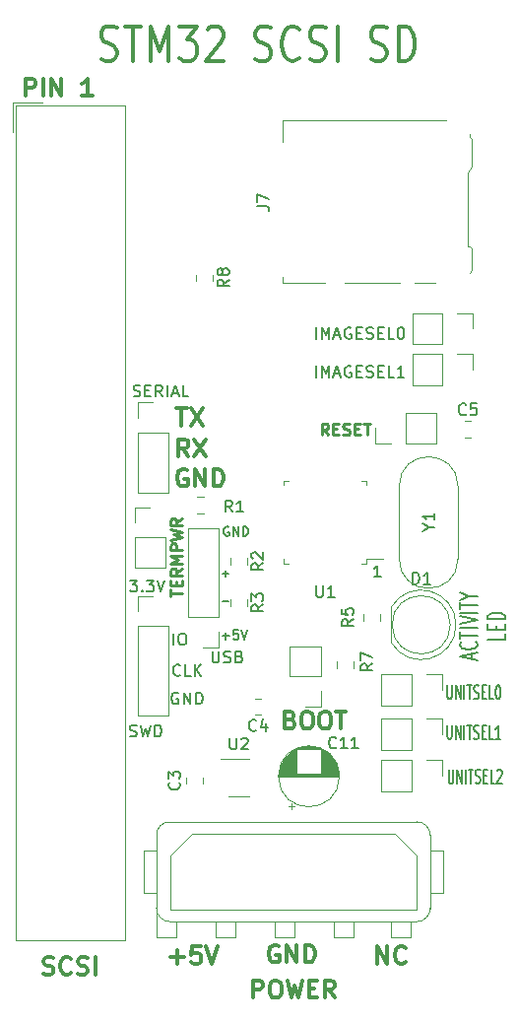
<source format=gbr>
G04 #@! TF.GenerationSoftware,KiCad,Pcbnew,5.0.2-bee76a0~70~ubuntu16.04.1*
G04 #@! TF.CreationDate,2020-12-27T17:10:44+01:00*
G04 #@! TF.ProjectId,STM32SCSISD,53544d33-3253-4435-9349-53442e6b6963,rev?*
G04 #@! TF.SameCoordinates,Original*
G04 #@! TF.FileFunction,Legend,Top*
G04 #@! TF.FilePolarity,Positive*
%FSLAX46Y46*%
G04 Gerber Fmt 4.6, Leading zero omitted, Abs format (unit mm)*
G04 Created by KiCad (PCBNEW 5.0.2-bee76a0~70~ubuntu16.04.1) date sön 27 dec 2020 17:10:44*
%MOMM*%
%LPD*%
G01*
G04 APERTURE LIST*
%ADD10C,0.300000*%
%ADD11C,0.150000*%
%ADD12C,0.250000*%
%ADD13C,0.200000*%
%ADD14C,0.120000*%
G04 APERTURE END LIST*
D10*
X66787200Y-123073242D02*
X67001485Y-123144671D01*
X67358628Y-123144671D01*
X67501485Y-123073242D01*
X67572914Y-123001814D01*
X67644342Y-122858957D01*
X67644342Y-122716100D01*
X67572914Y-122573242D01*
X67501485Y-122501814D01*
X67358628Y-122430385D01*
X67072914Y-122358957D01*
X66930057Y-122287528D01*
X66858628Y-122216100D01*
X66787200Y-122073242D01*
X66787200Y-121930385D01*
X66858628Y-121787528D01*
X66930057Y-121716100D01*
X67072914Y-121644671D01*
X67430057Y-121644671D01*
X67644342Y-121716100D01*
X69144342Y-123001814D02*
X69072914Y-123073242D01*
X68858628Y-123144671D01*
X68715771Y-123144671D01*
X68501485Y-123073242D01*
X68358628Y-122930385D01*
X68287200Y-122787528D01*
X68215771Y-122501814D01*
X68215771Y-122287528D01*
X68287200Y-122001814D01*
X68358628Y-121858957D01*
X68501485Y-121716100D01*
X68715771Y-121644671D01*
X68858628Y-121644671D01*
X69072914Y-121716100D01*
X69144342Y-121787528D01*
X69715771Y-123073242D02*
X69930057Y-123144671D01*
X70287200Y-123144671D01*
X70430057Y-123073242D01*
X70501485Y-123001814D01*
X70572914Y-122858957D01*
X70572914Y-122716100D01*
X70501485Y-122573242D01*
X70430057Y-122501814D01*
X70287200Y-122430385D01*
X70001485Y-122358957D01*
X69858628Y-122287528D01*
X69787200Y-122216100D01*
X69715771Y-122073242D01*
X69715771Y-121930385D01*
X69787200Y-121787528D01*
X69858628Y-121716100D01*
X70001485Y-121644671D01*
X70358628Y-121644671D01*
X70572914Y-121716100D01*
X71215771Y-123144671D02*
X71215771Y-121644671D01*
D11*
X103634500Y-96038633D02*
X103634500Y-95562442D01*
X104063071Y-96133871D02*
X102563071Y-95800538D01*
X104063071Y-95467204D01*
X103920214Y-94562442D02*
X103991642Y-94610061D01*
X104063071Y-94752919D01*
X104063071Y-94848157D01*
X103991642Y-94991014D01*
X103848785Y-95086252D01*
X103705928Y-95133871D01*
X103420214Y-95181490D01*
X103205928Y-95181490D01*
X102920214Y-95133871D01*
X102777357Y-95086252D01*
X102634500Y-94991014D01*
X102563071Y-94848157D01*
X102563071Y-94752919D01*
X102634500Y-94610061D01*
X102705928Y-94562442D01*
X102563071Y-94276728D02*
X102563071Y-93705300D01*
X104063071Y-93991014D02*
X102563071Y-93991014D01*
X104063071Y-93371966D02*
X102563071Y-93371966D01*
X102563071Y-93038633D02*
X104063071Y-92705300D01*
X102563071Y-92371966D01*
X104063071Y-92038633D02*
X102563071Y-92038633D01*
X102563071Y-91705300D02*
X102563071Y-91133871D01*
X104063071Y-91419585D02*
X102563071Y-91419585D01*
X103348785Y-90610061D02*
X104063071Y-90610061D01*
X102563071Y-90943395D02*
X103348785Y-90610061D01*
X102563071Y-90276728D01*
X106463071Y-93848157D02*
X106463071Y-94324347D01*
X104963071Y-94324347D01*
X105677357Y-93514823D02*
X105677357Y-93181490D01*
X106463071Y-93038633D02*
X106463071Y-93514823D01*
X104963071Y-93514823D01*
X104963071Y-93038633D01*
X106463071Y-92610061D02*
X104963071Y-92610061D01*
X104963071Y-92371966D01*
X105034500Y-92229109D01*
X105177357Y-92133871D01*
X105320214Y-92086252D01*
X105605928Y-92038633D01*
X105820214Y-92038633D01*
X106105928Y-92086252D01*
X106248785Y-92133871D01*
X106391642Y-92229109D01*
X106463071Y-92371966D01*
X106463071Y-92610061D01*
X101492333Y-98275857D02*
X101492333Y-99247285D01*
X101525666Y-99361571D01*
X101559000Y-99418714D01*
X101625666Y-99475857D01*
X101759000Y-99475857D01*
X101825666Y-99418714D01*
X101859000Y-99361571D01*
X101892333Y-99247285D01*
X101892333Y-98275857D01*
X102225666Y-99475857D02*
X102225666Y-98275857D01*
X102625666Y-99475857D01*
X102625666Y-98275857D01*
X102959000Y-99475857D02*
X102959000Y-98275857D01*
X103192333Y-98275857D02*
X103592333Y-98275857D01*
X103392333Y-99475857D02*
X103392333Y-98275857D01*
X103792333Y-99418714D02*
X103892333Y-99475857D01*
X104059000Y-99475857D01*
X104125666Y-99418714D01*
X104159000Y-99361571D01*
X104192333Y-99247285D01*
X104192333Y-99133000D01*
X104159000Y-99018714D01*
X104125666Y-98961571D01*
X104059000Y-98904428D01*
X103925666Y-98847285D01*
X103859000Y-98790142D01*
X103825666Y-98733000D01*
X103792333Y-98618714D01*
X103792333Y-98504428D01*
X103825666Y-98390142D01*
X103859000Y-98333000D01*
X103925666Y-98275857D01*
X104092333Y-98275857D01*
X104192333Y-98333000D01*
X104492333Y-98847285D02*
X104725666Y-98847285D01*
X104825666Y-99475857D02*
X104492333Y-99475857D01*
X104492333Y-98275857D01*
X104825666Y-98275857D01*
X105459000Y-99475857D02*
X105125666Y-99475857D01*
X105125666Y-98275857D01*
X105825666Y-98275857D02*
X105892333Y-98275857D01*
X105959000Y-98333000D01*
X105992333Y-98390142D01*
X106025666Y-98504428D01*
X106059000Y-98733000D01*
X106059000Y-99018714D01*
X106025666Y-99247285D01*
X105992333Y-99361571D01*
X105959000Y-99418714D01*
X105892333Y-99475857D01*
X105825666Y-99475857D01*
X105759000Y-99418714D01*
X105725666Y-99361571D01*
X105692333Y-99247285D01*
X105659000Y-99018714D01*
X105659000Y-98733000D01*
X105692333Y-98504428D01*
X105725666Y-98390142D01*
X105759000Y-98333000D01*
X105825666Y-98275857D01*
X101492333Y-101704857D02*
X101492333Y-102676285D01*
X101525666Y-102790571D01*
X101559000Y-102847714D01*
X101625666Y-102904857D01*
X101759000Y-102904857D01*
X101825666Y-102847714D01*
X101859000Y-102790571D01*
X101892333Y-102676285D01*
X101892333Y-101704857D01*
X102225666Y-102904857D02*
X102225666Y-101704857D01*
X102625666Y-102904857D01*
X102625666Y-101704857D01*
X102959000Y-102904857D02*
X102959000Y-101704857D01*
X103192333Y-101704857D02*
X103592333Y-101704857D01*
X103392333Y-102904857D02*
X103392333Y-101704857D01*
X103792333Y-102847714D02*
X103892333Y-102904857D01*
X104059000Y-102904857D01*
X104125666Y-102847714D01*
X104159000Y-102790571D01*
X104192333Y-102676285D01*
X104192333Y-102562000D01*
X104159000Y-102447714D01*
X104125666Y-102390571D01*
X104059000Y-102333428D01*
X103925666Y-102276285D01*
X103859000Y-102219142D01*
X103825666Y-102162000D01*
X103792333Y-102047714D01*
X103792333Y-101933428D01*
X103825666Y-101819142D01*
X103859000Y-101762000D01*
X103925666Y-101704857D01*
X104092333Y-101704857D01*
X104192333Y-101762000D01*
X104492333Y-102276285D02*
X104725666Y-102276285D01*
X104825666Y-102904857D02*
X104492333Y-102904857D01*
X104492333Y-101704857D01*
X104825666Y-101704857D01*
X105459000Y-102904857D02*
X105125666Y-102904857D01*
X105125666Y-101704857D01*
X106059000Y-102904857D02*
X105659000Y-102904857D01*
X105859000Y-102904857D02*
X105859000Y-101704857D01*
X105792333Y-101876285D01*
X105725666Y-101990571D01*
X105659000Y-102047714D01*
D12*
X91257619Y-76779380D02*
X90924285Y-76303190D01*
X90686190Y-76779380D02*
X90686190Y-75779380D01*
X91067142Y-75779380D01*
X91162380Y-75827000D01*
X91210000Y-75874619D01*
X91257619Y-75969857D01*
X91257619Y-76112714D01*
X91210000Y-76207952D01*
X91162380Y-76255571D01*
X91067142Y-76303190D01*
X90686190Y-76303190D01*
X91686190Y-76255571D02*
X92019523Y-76255571D01*
X92162380Y-76779380D02*
X91686190Y-76779380D01*
X91686190Y-75779380D01*
X92162380Y-75779380D01*
X92543333Y-76731761D02*
X92686190Y-76779380D01*
X92924285Y-76779380D01*
X93019523Y-76731761D01*
X93067142Y-76684142D01*
X93114761Y-76588904D01*
X93114761Y-76493666D01*
X93067142Y-76398428D01*
X93019523Y-76350809D01*
X92924285Y-76303190D01*
X92733809Y-76255571D01*
X92638571Y-76207952D01*
X92590952Y-76160333D01*
X92543333Y-76065095D01*
X92543333Y-75969857D01*
X92590952Y-75874619D01*
X92638571Y-75827000D01*
X92733809Y-75779380D01*
X92971904Y-75779380D01*
X93114761Y-75827000D01*
X93543333Y-76255571D02*
X93876666Y-76255571D01*
X94019523Y-76779380D02*
X93543333Y-76779380D01*
X93543333Y-75779380D01*
X94019523Y-75779380D01*
X94305238Y-75779380D02*
X94876666Y-75779380D01*
X94590952Y-76779380D02*
X94590952Y-75779380D01*
X77684380Y-90629952D02*
X77684380Y-90058523D01*
X78684380Y-90344238D02*
X77684380Y-90344238D01*
X78160571Y-89725190D02*
X78160571Y-89391857D01*
X78684380Y-89249000D02*
X78684380Y-89725190D01*
X77684380Y-89725190D01*
X77684380Y-89249000D01*
X78684380Y-88249000D02*
X78208190Y-88582333D01*
X78684380Y-88820428D02*
X77684380Y-88820428D01*
X77684380Y-88439476D01*
X77732000Y-88344238D01*
X77779619Y-88296619D01*
X77874857Y-88249000D01*
X78017714Y-88249000D01*
X78112952Y-88296619D01*
X78160571Y-88344238D01*
X78208190Y-88439476D01*
X78208190Y-88820428D01*
X78684380Y-87820428D02*
X77684380Y-87820428D01*
X78398666Y-87487095D01*
X77684380Y-87153761D01*
X78684380Y-87153761D01*
X78684380Y-86677571D02*
X77684380Y-86677571D01*
X77684380Y-86296619D01*
X77732000Y-86201380D01*
X77779619Y-86153761D01*
X77874857Y-86106142D01*
X78017714Y-86106142D01*
X78112952Y-86153761D01*
X78160571Y-86201380D01*
X78208190Y-86296619D01*
X78208190Y-86677571D01*
X77684380Y-85772809D02*
X78684380Y-85534714D01*
X77970095Y-85344238D01*
X78684380Y-85153761D01*
X77684380Y-84915666D01*
X78684380Y-83963285D02*
X78208190Y-84296619D01*
X78684380Y-84534714D02*
X77684380Y-84534714D01*
X77684380Y-84153761D01*
X77732000Y-84058523D01*
X77779619Y-84010904D01*
X77874857Y-83963285D01*
X78017714Y-83963285D01*
X78112952Y-84010904D01*
X78160571Y-84058523D01*
X78208190Y-84153761D01*
X78208190Y-84534714D01*
D10*
X88007285Y-101238857D02*
X88221571Y-101310285D01*
X88293000Y-101381714D01*
X88364428Y-101524571D01*
X88364428Y-101738857D01*
X88293000Y-101881714D01*
X88221571Y-101953142D01*
X88078714Y-102024571D01*
X87507285Y-102024571D01*
X87507285Y-100524571D01*
X88007285Y-100524571D01*
X88150142Y-100596000D01*
X88221571Y-100667428D01*
X88293000Y-100810285D01*
X88293000Y-100953142D01*
X88221571Y-101096000D01*
X88150142Y-101167428D01*
X88007285Y-101238857D01*
X87507285Y-101238857D01*
X89293000Y-100524571D02*
X89578714Y-100524571D01*
X89721571Y-100596000D01*
X89864428Y-100738857D01*
X89935857Y-101024571D01*
X89935857Y-101524571D01*
X89864428Y-101810285D01*
X89721571Y-101953142D01*
X89578714Y-102024571D01*
X89293000Y-102024571D01*
X89150142Y-101953142D01*
X89007285Y-101810285D01*
X88935857Y-101524571D01*
X88935857Y-101024571D01*
X89007285Y-100738857D01*
X89150142Y-100596000D01*
X89293000Y-100524571D01*
X90864428Y-100524571D02*
X91150142Y-100524571D01*
X91293000Y-100596000D01*
X91435857Y-100738857D01*
X91507285Y-101024571D01*
X91507285Y-101524571D01*
X91435857Y-101810285D01*
X91293000Y-101953142D01*
X91150142Y-102024571D01*
X90864428Y-102024571D01*
X90721571Y-101953142D01*
X90578714Y-101810285D01*
X90507285Y-101524571D01*
X90507285Y-101024571D01*
X90578714Y-100738857D01*
X90721571Y-100596000D01*
X90864428Y-100524571D01*
X91935857Y-100524571D02*
X92793000Y-100524571D01*
X92364428Y-102024571D02*
X92364428Y-100524571D01*
D11*
X101619333Y-105514857D02*
X101619333Y-106486285D01*
X101652666Y-106600571D01*
X101686000Y-106657714D01*
X101752666Y-106714857D01*
X101886000Y-106714857D01*
X101952666Y-106657714D01*
X101986000Y-106600571D01*
X102019333Y-106486285D01*
X102019333Y-105514857D01*
X102352666Y-106714857D02*
X102352666Y-105514857D01*
X102752666Y-106714857D01*
X102752666Y-105514857D01*
X103086000Y-106714857D02*
X103086000Y-105514857D01*
X103319333Y-105514857D02*
X103719333Y-105514857D01*
X103519333Y-106714857D02*
X103519333Y-105514857D01*
X103919333Y-106657714D02*
X104019333Y-106714857D01*
X104186000Y-106714857D01*
X104252666Y-106657714D01*
X104286000Y-106600571D01*
X104319333Y-106486285D01*
X104319333Y-106372000D01*
X104286000Y-106257714D01*
X104252666Y-106200571D01*
X104186000Y-106143428D01*
X104052666Y-106086285D01*
X103986000Y-106029142D01*
X103952666Y-105972000D01*
X103919333Y-105857714D01*
X103919333Y-105743428D01*
X103952666Y-105629142D01*
X103986000Y-105572000D01*
X104052666Y-105514857D01*
X104219333Y-105514857D01*
X104319333Y-105572000D01*
X104619333Y-106086285D02*
X104852666Y-106086285D01*
X104952666Y-106714857D02*
X104619333Y-106714857D01*
X104619333Y-105514857D01*
X104952666Y-105514857D01*
X105586000Y-106714857D02*
X105252666Y-106714857D01*
X105252666Y-105514857D01*
X105786000Y-105629142D02*
X105819333Y-105572000D01*
X105886000Y-105514857D01*
X106052666Y-105514857D01*
X106119333Y-105572000D01*
X106152666Y-105629142D01*
X106186000Y-105743428D01*
X106186000Y-105857714D01*
X106152666Y-106029142D01*
X105752666Y-106714857D01*
X106186000Y-106714857D01*
D13*
X74525476Y-73429761D02*
X74668333Y-73477380D01*
X74906428Y-73477380D01*
X75001666Y-73429761D01*
X75049285Y-73382142D01*
X75096904Y-73286904D01*
X75096904Y-73191666D01*
X75049285Y-73096428D01*
X75001666Y-73048809D01*
X74906428Y-73001190D01*
X74715952Y-72953571D01*
X74620714Y-72905952D01*
X74573095Y-72858333D01*
X74525476Y-72763095D01*
X74525476Y-72667857D01*
X74573095Y-72572619D01*
X74620714Y-72525000D01*
X74715952Y-72477380D01*
X74954047Y-72477380D01*
X75096904Y-72525000D01*
X75525476Y-72953571D02*
X75858809Y-72953571D01*
X76001666Y-73477380D02*
X75525476Y-73477380D01*
X75525476Y-72477380D01*
X76001666Y-72477380D01*
X77001666Y-73477380D02*
X76668333Y-73001190D01*
X76430238Y-73477380D02*
X76430238Y-72477380D01*
X76811190Y-72477380D01*
X76906428Y-72525000D01*
X76954047Y-72572619D01*
X77001666Y-72667857D01*
X77001666Y-72810714D01*
X76954047Y-72905952D01*
X76906428Y-72953571D01*
X76811190Y-73001190D01*
X76430238Y-73001190D01*
X77430238Y-73477380D02*
X77430238Y-72477380D01*
X77858809Y-73191666D02*
X78335000Y-73191666D01*
X77763571Y-73477380D02*
X78096904Y-72477380D01*
X78430238Y-73477380D01*
X79239761Y-73477380D02*
X78763571Y-73477380D01*
X78763571Y-72477380D01*
X81288095Y-95337380D02*
X81288095Y-96146904D01*
X81335714Y-96242142D01*
X81383333Y-96289761D01*
X81478571Y-96337380D01*
X81669047Y-96337380D01*
X81764285Y-96289761D01*
X81811904Y-96242142D01*
X81859523Y-96146904D01*
X81859523Y-95337380D01*
X82288095Y-96289761D02*
X82430952Y-96337380D01*
X82669047Y-96337380D01*
X82764285Y-96289761D01*
X82811904Y-96242142D01*
X82859523Y-96146904D01*
X82859523Y-96051666D01*
X82811904Y-95956428D01*
X82764285Y-95908809D01*
X82669047Y-95861190D01*
X82478571Y-95813571D01*
X82383333Y-95765952D01*
X82335714Y-95718333D01*
X82288095Y-95623095D01*
X82288095Y-95527857D01*
X82335714Y-95432619D01*
X82383333Y-95385000D01*
X82478571Y-95337380D01*
X82716666Y-95337380D01*
X82859523Y-95385000D01*
X83621428Y-95813571D02*
X83764285Y-95861190D01*
X83811904Y-95908809D01*
X83859523Y-96004047D01*
X83859523Y-96146904D01*
X83811904Y-96242142D01*
X83764285Y-96289761D01*
X83669047Y-96337380D01*
X83288095Y-96337380D01*
X83288095Y-95337380D01*
X83621428Y-95337380D01*
X83716666Y-95385000D01*
X83764285Y-95432619D01*
X83811904Y-95527857D01*
X83811904Y-95623095D01*
X83764285Y-95718333D01*
X83716666Y-95765952D01*
X83621428Y-95813571D01*
X83288095Y-95813571D01*
X74207857Y-102639761D02*
X74350714Y-102687380D01*
X74588809Y-102687380D01*
X74684047Y-102639761D01*
X74731666Y-102592142D01*
X74779285Y-102496904D01*
X74779285Y-102401666D01*
X74731666Y-102306428D01*
X74684047Y-102258809D01*
X74588809Y-102211190D01*
X74398333Y-102163571D01*
X74303095Y-102115952D01*
X74255476Y-102068333D01*
X74207857Y-101973095D01*
X74207857Y-101877857D01*
X74255476Y-101782619D01*
X74303095Y-101735000D01*
X74398333Y-101687380D01*
X74636428Y-101687380D01*
X74779285Y-101735000D01*
X75112619Y-101687380D02*
X75350714Y-102687380D01*
X75541190Y-101973095D01*
X75731666Y-102687380D01*
X75969761Y-101687380D01*
X76350714Y-102687380D02*
X76350714Y-101687380D01*
X76588809Y-101687380D01*
X76731666Y-101735000D01*
X76826904Y-101830238D01*
X76874523Y-101925476D01*
X76922142Y-102115952D01*
X76922142Y-102258809D01*
X76874523Y-102449285D01*
X76826904Y-102544523D01*
X76731666Y-102639761D01*
X76588809Y-102687380D01*
X76350714Y-102687380D01*
X90218095Y-71826380D02*
X90218095Y-70826380D01*
X90694285Y-71826380D02*
X90694285Y-70826380D01*
X91027619Y-71540666D01*
X91360952Y-70826380D01*
X91360952Y-71826380D01*
X91789523Y-71540666D02*
X92265714Y-71540666D01*
X91694285Y-71826380D02*
X92027619Y-70826380D01*
X92360952Y-71826380D01*
X93218095Y-70874000D02*
X93122857Y-70826380D01*
X92980000Y-70826380D01*
X92837142Y-70874000D01*
X92741904Y-70969238D01*
X92694285Y-71064476D01*
X92646666Y-71254952D01*
X92646666Y-71397809D01*
X92694285Y-71588285D01*
X92741904Y-71683523D01*
X92837142Y-71778761D01*
X92980000Y-71826380D01*
X93075238Y-71826380D01*
X93218095Y-71778761D01*
X93265714Y-71731142D01*
X93265714Y-71397809D01*
X93075238Y-71397809D01*
X93694285Y-71302571D02*
X94027619Y-71302571D01*
X94170476Y-71826380D02*
X93694285Y-71826380D01*
X93694285Y-70826380D01*
X94170476Y-70826380D01*
X94551428Y-71778761D02*
X94694285Y-71826380D01*
X94932380Y-71826380D01*
X95027619Y-71778761D01*
X95075238Y-71731142D01*
X95122857Y-71635904D01*
X95122857Y-71540666D01*
X95075238Y-71445428D01*
X95027619Y-71397809D01*
X94932380Y-71350190D01*
X94741904Y-71302571D01*
X94646666Y-71254952D01*
X94599047Y-71207333D01*
X94551428Y-71112095D01*
X94551428Y-71016857D01*
X94599047Y-70921619D01*
X94646666Y-70874000D01*
X94741904Y-70826380D01*
X94980000Y-70826380D01*
X95122857Y-70874000D01*
X95551428Y-71302571D02*
X95884761Y-71302571D01*
X96027619Y-71826380D02*
X95551428Y-71826380D01*
X95551428Y-70826380D01*
X96027619Y-70826380D01*
X96932380Y-71826380D02*
X96456190Y-71826380D01*
X96456190Y-70826380D01*
X97789523Y-71826380D02*
X97218095Y-71826380D01*
X97503809Y-71826380D02*
X97503809Y-70826380D01*
X97408571Y-70969238D01*
X97313333Y-71064476D01*
X97218095Y-71112095D01*
X90218095Y-68524380D02*
X90218095Y-67524380D01*
X90694285Y-68524380D02*
X90694285Y-67524380D01*
X91027619Y-68238666D01*
X91360952Y-67524380D01*
X91360952Y-68524380D01*
X91789523Y-68238666D02*
X92265714Y-68238666D01*
X91694285Y-68524380D02*
X92027619Y-67524380D01*
X92360952Y-68524380D01*
X93218095Y-67572000D02*
X93122857Y-67524380D01*
X92980000Y-67524380D01*
X92837142Y-67572000D01*
X92741904Y-67667238D01*
X92694285Y-67762476D01*
X92646666Y-67952952D01*
X92646666Y-68095809D01*
X92694285Y-68286285D01*
X92741904Y-68381523D01*
X92837142Y-68476761D01*
X92980000Y-68524380D01*
X93075238Y-68524380D01*
X93218095Y-68476761D01*
X93265714Y-68429142D01*
X93265714Y-68095809D01*
X93075238Y-68095809D01*
X93694285Y-68000571D02*
X94027619Y-68000571D01*
X94170476Y-68524380D02*
X93694285Y-68524380D01*
X93694285Y-67524380D01*
X94170476Y-67524380D01*
X94551428Y-68476761D02*
X94694285Y-68524380D01*
X94932380Y-68524380D01*
X95027619Y-68476761D01*
X95075238Y-68429142D01*
X95122857Y-68333904D01*
X95122857Y-68238666D01*
X95075238Y-68143428D01*
X95027619Y-68095809D01*
X94932380Y-68048190D01*
X94741904Y-68000571D01*
X94646666Y-67952952D01*
X94599047Y-67905333D01*
X94551428Y-67810095D01*
X94551428Y-67714857D01*
X94599047Y-67619619D01*
X94646666Y-67572000D01*
X94741904Y-67524380D01*
X94980000Y-67524380D01*
X95122857Y-67572000D01*
X95551428Y-68000571D02*
X95884761Y-68000571D01*
X96027619Y-68524380D02*
X95551428Y-68524380D01*
X95551428Y-67524380D01*
X96027619Y-67524380D01*
X96932380Y-68524380D02*
X96456190Y-68524380D01*
X96456190Y-67524380D01*
X97456190Y-67524380D02*
X97551428Y-67524380D01*
X97646666Y-67572000D01*
X97694285Y-67619619D01*
X97741904Y-67714857D01*
X97789523Y-67905333D01*
X97789523Y-68143428D01*
X97741904Y-68333904D01*
X97694285Y-68429142D01*
X97646666Y-68476761D01*
X97551428Y-68524380D01*
X97456190Y-68524380D01*
X97360952Y-68476761D01*
X97313333Y-68429142D01*
X97265714Y-68333904D01*
X97218095Y-68143428D01*
X97218095Y-67905333D01*
X97265714Y-67714857D01*
X97313333Y-67619619D01*
X97360952Y-67572000D01*
X97456190Y-67524380D01*
D10*
X84800714Y-125138571D02*
X84800714Y-123638571D01*
X85372142Y-123638571D01*
X85515000Y-123710000D01*
X85586428Y-123781428D01*
X85657857Y-123924285D01*
X85657857Y-124138571D01*
X85586428Y-124281428D01*
X85515000Y-124352857D01*
X85372142Y-124424285D01*
X84800714Y-124424285D01*
X86586428Y-123638571D02*
X86872142Y-123638571D01*
X87015000Y-123710000D01*
X87157857Y-123852857D01*
X87229285Y-124138571D01*
X87229285Y-124638571D01*
X87157857Y-124924285D01*
X87015000Y-125067142D01*
X86872142Y-125138571D01*
X86586428Y-125138571D01*
X86443571Y-125067142D01*
X86300714Y-124924285D01*
X86229285Y-124638571D01*
X86229285Y-124138571D01*
X86300714Y-123852857D01*
X86443571Y-123710000D01*
X86586428Y-123638571D01*
X87729285Y-123638571D02*
X88086428Y-125138571D01*
X88372142Y-124067142D01*
X88657857Y-125138571D01*
X89015000Y-123638571D01*
X89586428Y-124352857D02*
X90086428Y-124352857D01*
X90300714Y-125138571D02*
X89586428Y-125138571D01*
X89586428Y-123638571D01*
X90300714Y-123638571D01*
X91800714Y-125138571D02*
X91300714Y-124424285D01*
X90943571Y-125138571D02*
X90943571Y-123638571D01*
X91515000Y-123638571D01*
X91657857Y-123710000D01*
X91729285Y-123781428D01*
X91800714Y-123924285D01*
X91800714Y-124138571D01*
X91729285Y-124281428D01*
X91657857Y-124352857D01*
X91515000Y-124424285D01*
X90943571Y-124424285D01*
D11*
X95789714Y-88971380D02*
X95218285Y-88971380D01*
X95504000Y-88971380D02*
X95504000Y-87971380D01*
X95408761Y-88114238D01*
X95313523Y-88209476D01*
X95218285Y-88257095D01*
D10*
X95468428Y-122217571D02*
X95468428Y-120717571D01*
X96325571Y-122217571D01*
X96325571Y-120717571D01*
X97897000Y-122074714D02*
X97825571Y-122146142D01*
X97611285Y-122217571D01*
X97468428Y-122217571D01*
X97254142Y-122146142D01*
X97111285Y-122003285D01*
X97039857Y-121860428D01*
X96968428Y-121574714D01*
X96968428Y-121360428D01*
X97039857Y-121074714D01*
X97111285Y-120931857D01*
X97254142Y-120789000D01*
X97468428Y-120717571D01*
X97611285Y-120717571D01*
X97825571Y-120789000D01*
X97897000Y-120860428D01*
X86995142Y-120662000D02*
X86852285Y-120590571D01*
X86638000Y-120590571D01*
X86423714Y-120662000D01*
X86280857Y-120804857D01*
X86209428Y-120947714D01*
X86138000Y-121233428D01*
X86138000Y-121447714D01*
X86209428Y-121733428D01*
X86280857Y-121876285D01*
X86423714Y-122019142D01*
X86638000Y-122090571D01*
X86780857Y-122090571D01*
X86995142Y-122019142D01*
X87066571Y-121947714D01*
X87066571Y-121447714D01*
X86780857Y-121447714D01*
X87709428Y-122090571D02*
X87709428Y-120590571D01*
X88566571Y-122090571D01*
X88566571Y-120590571D01*
X89280857Y-122090571D02*
X89280857Y-120590571D01*
X89638000Y-120590571D01*
X89852285Y-120662000D01*
X89995142Y-120804857D01*
X90066571Y-120947714D01*
X90138000Y-121233428D01*
X90138000Y-121447714D01*
X90066571Y-121733428D01*
X89995142Y-121876285D01*
X89852285Y-122019142D01*
X89638000Y-122090571D01*
X89280857Y-122090571D01*
X77700428Y-121646142D02*
X78843285Y-121646142D01*
X78271857Y-122217571D02*
X78271857Y-121074714D01*
X80271857Y-120717571D02*
X79557571Y-120717571D01*
X79486142Y-121431857D01*
X79557571Y-121360428D01*
X79700428Y-121289000D01*
X80057571Y-121289000D01*
X80200428Y-121360428D01*
X80271857Y-121431857D01*
X80343285Y-121574714D01*
X80343285Y-121931857D01*
X80271857Y-122074714D01*
X80200428Y-122146142D01*
X80057571Y-122217571D01*
X79700428Y-122217571D01*
X79557571Y-122146142D01*
X79486142Y-122074714D01*
X80771857Y-120717571D02*
X81271857Y-122217571D01*
X81771857Y-120717571D01*
X71731285Y-44521285D02*
X72074142Y-44664142D01*
X72645571Y-44664142D01*
X72874142Y-44521285D01*
X72988428Y-44378428D01*
X73102714Y-44092714D01*
X73102714Y-43807000D01*
X72988428Y-43521285D01*
X72874142Y-43378428D01*
X72645571Y-43235571D01*
X72188428Y-43092714D01*
X71959857Y-42949857D01*
X71845571Y-42807000D01*
X71731285Y-42521285D01*
X71731285Y-42235571D01*
X71845571Y-41949857D01*
X71959857Y-41807000D01*
X72188428Y-41664142D01*
X72759857Y-41664142D01*
X73102714Y-41807000D01*
X73788428Y-41664142D02*
X75159857Y-41664142D01*
X74474142Y-44664142D02*
X74474142Y-41664142D01*
X75959857Y-44664142D02*
X75959857Y-41664142D01*
X76759857Y-43807000D01*
X77559857Y-41664142D01*
X77559857Y-44664142D01*
X78474142Y-41664142D02*
X79959857Y-41664142D01*
X79159857Y-42807000D01*
X79502714Y-42807000D01*
X79731285Y-42949857D01*
X79845571Y-43092714D01*
X79959857Y-43378428D01*
X79959857Y-44092714D01*
X79845571Y-44378428D01*
X79731285Y-44521285D01*
X79502714Y-44664142D01*
X78817000Y-44664142D01*
X78588428Y-44521285D01*
X78474142Y-44378428D01*
X80874142Y-41949857D02*
X80988428Y-41807000D01*
X81217000Y-41664142D01*
X81788428Y-41664142D01*
X82017000Y-41807000D01*
X82131285Y-41949857D01*
X82245571Y-42235571D01*
X82245571Y-42521285D01*
X82131285Y-42949857D01*
X80759857Y-44664142D01*
X82245571Y-44664142D01*
X84988428Y-44521285D02*
X85331285Y-44664142D01*
X85902714Y-44664142D01*
X86131285Y-44521285D01*
X86245571Y-44378428D01*
X86359857Y-44092714D01*
X86359857Y-43807000D01*
X86245571Y-43521285D01*
X86131285Y-43378428D01*
X85902714Y-43235571D01*
X85445571Y-43092714D01*
X85217000Y-42949857D01*
X85102714Y-42807000D01*
X84988428Y-42521285D01*
X84988428Y-42235571D01*
X85102714Y-41949857D01*
X85217000Y-41807000D01*
X85445571Y-41664142D01*
X86017000Y-41664142D01*
X86359857Y-41807000D01*
X88759857Y-44378428D02*
X88645571Y-44521285D01*
X88302714Y-44664142D01*
X88074142Y-44664142D01*
X87731285Y-44521285D01*
X87502714Y-44235571D01*
X87388428Y-43949857D01*
X87274142Y-43378428D01*
X87274142Y-42949857D01*
X87388428Y-42378428D01*
X87502714Y-42092714D01*
X87731285Y-41807000D01*
X88074142Y-41664142D01*
X88302714Y-41664142D01*
X88645571Y-41807000D01*
X88759857Y-41949857D01*
X89674142Y-44521285D02*
X90017000Y-44664142D01*
X90588428Y-44664142D01*
X90817000Y-44521285D01*
X90931285Y-44378428D01*
X91045571Y-44092714D01*
X91045571Y-43807000D01*
X90931285Y-43521285D01*
X90817000Y-43378428D01*
X90588428Y-43235571D01*
X90131285Y-43092714D01*
X89902714Y-42949857D01*
X89788428Y-42807000D01*
X89674142Y-42521285D01*
X89674142Y-42235571D01*
X89788428Y-41949857D01*
X89902714Y-41807000D01*
X90131285Y-41664142D01*
X90702714Y-41664142D01*
X91045571Y-41807000D01*
X92074142Y-44664142D02*
X92074142Y-41664142D01*
X94931285Y-44521285D02*
X95274142Y-44664142D01*
X95845571Y-44664142D01*
X96074142Y-44521285D01*
X96188428Y-44378428D01*
X96302714Y-44092714D01*
X96302714Y-43807000D01*
X96188428Y-43521285D01*
X96074142Y-43378428D01*
X95845571Y-43235571D01*
X95388428Y-43092714D01*
X95159857Y-42949857D01*
X95045571Y-42807000D01*
X94931285Y-42521285D01*
X94931285Y-42235571D01*
X95045571Y-41949857D01*
X95159857Y-41807000D01*
X95388428Y-41664142D01*
X95959857Y-41664142D01*
X96302714Y-41807000D01*
X97331285Y-44664142D02*
X97331285Y-41664142D01*
X97902714Y-41664142D01*
X98245571Y-41807000D01*
X98474142Y-42092714D01*
X98588428Y-42378428D01*
X98702714Y-42949857D01*
X98702714Y-43378428D01*
X98588428Y-43949857D01*
X98474142Y-44235571D01*
X98245571Y-44521285D01*
X97902714Y-44664142D01*
X97331285Y-44664142D01*
X65250571Y-47668571D02*
X65250571Y-46168571D01*
X65822000Y-46168571D01*
X65964857Y-46240000D01*
X66036285Y-46311428D01*
X66107714Y-46454285D01*
X66107714Y-46668571D01*
X66036285Y-46811428D01*
X65964857Y-46882857D01*
X65822000Y-46954285D01*
X65250571Y-46954285D01*
X66750571Y-47668571D02*
X66750571Y-46168571D01*
X67464857Y-47668571D02*
X67464857Y-46168571D01*
X68322000Y-47668571D01*
X68322000Y-46168571D01*
X70964857Y-47668571D02*
X70107714Y-47668571D01*
X70536285Y-47668571D02*
X70536285Y-46168571D01*
X70393428Y-46382857D01*
X70250571Y-46525714D01*
X70107714Y-46597142D01*
D13*
X82702476Y-84690000D02*
X82626285Y-84651904D01*
X82512000Y-84651904D01*
X82397714Y-84690000D01*
X82321523Y-84766190D01*
X82283428Y-84842380D01*
X82245333Y-84994761D01*
X82245333Y-85109047D01*
X82283428Y-85261428D01*
X82321523Y-85337619D01*
X82397714Y-85413809D01*
X82512000Y-85451904D01*
X82588190Y-85451904D01*
X82702476Y-85413809D01*
X82740571Y-85375714D01*
X82740571Y-85109047D01*
X82588190Y-85109047D01*
X83083428Y-85451904D02*
X83083428Y-84651904D01*
X83540571Y-85451904D01*
X83540571Y-84651904D01*
X83921523Y-85451904D02*
X83921523Y-84651904D01*
X84112000Y-84651904D01*
X84226285Y-84690000D01*
X84302476Y-84766190D01*
X84340571Y-84842380D01*
X84378666Y-84994761D01*
X84378666Y-85109047D01*
X84340571Y-85261428D01*
X84302476Y-85337619D01*
X84226285Y-85413809D01*
X84112000Y-85451904D01*
X83921523Y-85451904D01*
X82156428Y-94037142D02*
X82765952Y-94037142D01*
X82461190Y-94341904D02*
X82461190Y-93732380D01*
X83527857Y-93541904D02*
X83146904Y-93541904D01*
X83108809Y-93922857D01*
X83146904Y-93884761D01*
X83223095Y-93846666D01*
X83413571Y-93846666D01*
X83489761Y-93884761D01*
X83527857Y-93922857D01*
X83565952Y-93999047D01*
X83565952Y-94189523D01*
X83527857Y-94265714D01*
X83489761Y-94303809D01*
X83413571Y-94341904D01*
X83223095Y-94341904D01*
X83146904Y-94303809D01*
X83108809Y-94265714D01*
X83794523Y-93541904D02*
X84061190Y-94341904D01*
X84327857Y-93541904D01*
D11*
X82194428Y-91101857D02*
X82651571Y-91101857D01*
X82194428Y-88688857D02*
X82651571Y-88688857D01*
X82423000Y-88917428D02*
X82423000Y-88460285D01*
D13*
X74215809Y-89241380D02*
X74834857Y-89241380D01*
X74501523Y-89622333D01*
X74644380Y-89622333D01*
X74739619Y-89669952D01*
X74787238Y-89717571D01*
X74834857Y-89812809D01*
X74834857Y-90050904D01*
X74787238Y-90146142D01*
X74739619Y-90193761D01*
X74644380Y-90241380D01*
X74358666Y-90241380D01*
X74263428Y-90193761D01*
X74215809Y-90146142D01*
X75263428Y-90146142D02*
X75311047Y-90193761D01*
X75263428Y-90241380D01*
X75215809Y-90193761D01*
X75263428Y-90146142D01*
X75263428Y-90241380D01*
X75644380Y-89241380D02*
X76263428Y-89241380D01*
X75930095Y-89622333D01*
X76072952Y-89622333D01*
X76168190Y-89669952D01*
X76215809Y-89717571D01*
X76263428Y-89812809D01*
X76263428Y-90050904D01*
X76215809Y-90146142D01*
X76168190Y-90193761D01*
X76072952Y-90241380D01*
X75787238Y-90241380D01*
X75692000Y-90193761D01*
X75644380Y-90146142D01*
X76549142Y-89241380D02*
X76882476Y-90241380D01*
X77215809Y-89241380D01*
X77962190Y-94813380D02*
X77962190Y-93813380D01*
X78628857Y-93813380D02*
X78819333Y-93813380D01*
X78914571Y-93861000D01*
X79009809Y-93956238D01*
X79057428Y-94146714D01*
X79057428Y-94480047D01*
X79009809Y-94670523D01*
X78914571Y-94765761D01*
X78819333Y-94813380D01*
X78628857Y-94813380D01*
X78533619Y-94765761D01*
X78438380Y-94670523D01*
X78390761Y-94480047D01*
X78390761Y-94146714D01*
X78438380Y-93956238D01*
X78533619Y-93861000D01*
X78628857Y-93813380D01*
X78359095Y-98941000D02*
X78263857Y-98893380D01*
X78121000Y-98893380D01*
X77978142Y-98941000D01*
X77882904Y-99036238D01*
X77835285Y-99131476D01*
X77787666Y-99321952D01*
X77787666Y-99464809D01*
X77835285Y-99655285D01*
X77882904Y-99750523D01*
X77978142Y-99845761D01*
X78121000Y-99893380D01*
X78216238Y-99893380D01*
X78359095Y-99845761D01*
X78406714Y-99798142D01*
X78406714Y-99464809D01*
X78216238Y-99464809D01*
X78835285Y-99893380D02*
X78835285Y-98893380D01*
X79406714Y-99893380D01*
X79406714Y-98893380D01*
X79882904Y-99893380D02*
X79882904Y-98893380D01*
X80121000Y-98893380D01*
X80263857Y-98941000D01*
X80359095Y-99036238D01*
X80406714Y-99131476D01*
X80454333Y-99321952D01*
X80454333Y-99464809D01*
X80406714Y-99655285D01*
X80359095Y-99750523D01*
X80263857Y-99845761D01*
X80121000Y-99893380D01*
X79882904Y-99893380D01*
X78525761Y-97385142D02*
X78478142Y-97432761D01*
X78335285Y-97480380D01*
X78240047Y-97480380D01*
X78097190Y-97432761D01*
X78001952Y-97337523D01*
X77954333Y-97242285D01*
X77906714Y-97051809D01*
X77906714Y-96908952D01*
X77954333Y-96718476D01*
X78001952Y-96623238D01*
X78097190Y-96528000D01*
X78240047Y-96480380D01*
X78335285Y-96480380D01*
X78478142Y-96528000D01*
X78525761Y-96575619D01*
X79430523Y-97480380D02*
X78954333Y-97480380D01*
X78954333Y-96480380D01*
X79763857Y-97480380D02*
X79763857Y-96480380D01*
X80335285Y-97480380D02*
X79906714Y-96908952D01*
X80335285Y-96480380D02*
X79763857Y-97051809D01*
D10*
X79121142Y-79768000D02*
X78978285Y-79696571D01*
X78764000Y-79696571D01*
X78549714Y-79768000D01*
X78406857Y-79910857D01*
X78335428Y-80053714D01*
X78264000Y-80339428D01*
X78264000Y-80553714D01*
X78335428Y-80839428D01*
X78406857Y-80982285D01*
X78549714Y-81125142D01*
X78764000Y-81196571D01*
X78906857Y-81196571D01*
X79121142Y-81125142D01*
X79192571Y-81053714D01*
X79192571Y-80553714D01*
X78906857Y-80553714D01*
X79835428Y-81196571D02*
X79835428Y-79696571D01*
X80692571Y-81196571D01*
X80692571Y-79696571D01*
X81406857Y-81196571D02*
X81406857Y-79696571D01*
X81764000Y-79696571D01*
X81978285Y-79768000D01*
X82121142Y-79910857D01*
X82192571Y-80053714D01*
X82264000Y-80339428D01*
X82264000Y-80553714D01*
X82192571Y-80839428D01*
X82121142Y-80982285D01*
X81978285Y-81125142D01*
X81764000Y-81196571D01*
X81406857Y-81196571D01*
X78232142Y-74489571D02*
X79089285Y-74489571D01*
X78660714Y-75989571D02*
X78660714Y-74489571D01*
X79446428Y-74489571D02*
X80446428Y-75989571D01*
X80446428Y-74489571D02*
X79446428Y-75989571D01*
X79252000Y-78656571D02*
X78752000Y-77942285D01*
X78394857Y-78656571D02*
X78394857Y-77156571D01*
X78966285Y-77156571D01*
X79109142Y-77228000D01*
X79180571Y-77299428D01*
X79252000Y-77442285D01*
X79252000Y-77656571D01*
X79180571Y-77799428D01*
X79109142Y-77870857D01*
X78966285Y-77942285D01*
X78394857Y-77942285D01*
X79752000Y-77156571D02*
X80752000Y-78656571D01*
X80752000Y-77156571D02*
X79752000Y-78656571D01*
D14*
G04 #@! TO.C,J4*
X73763000Y-48510700D02*
X73763000Y-120170700D01*
X73763000Y-120170700D02*
X64413000Y-120170700D01*
X64413000Y-120170700D02*
X64413000Y-48510700D01*
X64413000Y-48510700D02*
X73763000Y-48510700D01*
X64163000Y-48260700D02*
X64163000Y-50800700D01*
X64163000Y-48260700D02*
X66703000Y-48260700D01*
G04 #@! TO.C,JP1*
X98492000Y-66297500D02*
X98492000Y-68957500D01*
X101092000Y-66297500D02*
X98492000Y-66297500D01*
X101092000Y-68957500D02*
X98492000Y-68957500D01*
X101092000Y-66297500D02*
X101092000Y-68957500D01*
X102362000Y-66297500D02*
X103692000Y-66297500D01*
X103692000Y-66297500D02*
X103692000Y-67627500D01*
G04 #@! TO.C,JP8*
X101025000Y-101159000D02*
X101025000Y-102489000D01*
X99695000Y-101159000D02*
X101025000Y-101159000D01*
X98425000Y-101159000D02*
X98425000Y-103819000D01*
X98425000Y-103819000D02*
X95825000Y-103819000D01*
X98425000Y-101159000D02*
X95825000Y-101159000D01*
X95825000Y-101159000D02*
X95825000Y-103819000D01*
G04 #@! TO.C,JP6*
X100517000Y-77530000D02*
X100517000Y-74870000D01*
X97917000Y-77530000D02*
X100517000Y-77530000D01*
X97917000Y-74870000D02*
X100517000Y-74870000D01*
X97917000Y-77530000D02*
X97917000Y-74870000D01*
X96647000Y-77530000D02*
X95317000Y-77530000D01*
X95317000Y-77530000D02*
X95317000Y-76200000D01*
G04 #@! TO.C,JP4*
X74616000Y-82998000D02*
X75946000Y-82998000D01*
X74616000Y-84328000D02*
X74616000Y-82998000D01*
X74616000Y-85598000D02*
X77276000Y-85598000D01*
X77276000Y-85598000D02*
X77276000Y-88198000D01*
X74616000Y-85598000D02*
X74616000Y-88198000D01*
X74616000Y-88198000D02*
X77276000Y-88198000D01*
G04 #@! TO.C,JP7*
X95825000Y-97349000D02*
X95825000Y-100009000D01*
X98425000Y-97349000D02*
X95825000Y-97349000D01*
X98425000Y-100009000D02*
X95825000Y-100009000D01*
X98425000Y-97349000D02*
X98425000Y-100009000D01*
X99695000Y-97349000D02*
X101025000Y-97349000D01*
X101025000Y-97349000D02*
X101025000Y-98679000D01*
G04 #@! TO.C,JP3*
X101025000Y-104715000D02*
X101025000Y-106045000D01*
X99695000Y-104715000D02*
X101025000Y-104715000D01*
X98425000Y-104715000D02*
X98425000Y-107375000D01*
X98425000Y-107375000D02*
X95825000Y-107375000D01*
X98425000Y-104715000D02*
X95825000Y-104715000D01*
X95825000Y-104715000D02*
X95825000Y-107375000D01*
G04 #@! TO.C,JP2*
X98492000Y-69842211D02*
X98492000Y-72502211D01*
X101092000Y-69842211D02*
X98492000Y-69842211D01*
X101092000Y-72502211D02*
X98492000Y-72502211D01*
X101092000Y-69842211D02*
X101092000Y-72502211D01*
X102362000Y-69842211D02*
X103692000Y-69842211D01*
X103692000Y-69842211D02*
X103692000Y-71172211D01*
G04 #@! TO.C,J1*
X74870000Y-81721000D02*
X77530000Y-81721000D01*
X74870000Y-76581000D02*
X74870000Y-81721000D01*
X77530000Y-76581000D02*
X77530000Y-81721000D01*
X74870000Y-76581000D02*
X77530000Y-76581000D01*
X74870000Y-75311000D02*
X74870000Y-73981000D01*
X74870000Y-73981000D02*
X76200000Y-73981000D01*
G04 #@! TO.C,J3*
X81848000Y-95056000D02*
X80518000Y-95056000D01*
X81848000Y-93726000D02*
X81848000Y-95056000D01*
X81848000Y-92456000D02*
X79188000Y-92456000D01*
X79188000Y-92456000D02*
X79188000Y-84776000D01*
X81848000Y-92456000D02*
X81848000Y-84776000D01*
X81848000Y-84776000D02*
X79188000Y-84776000D01*
G04 #@! TO.C,J2*
X74870000Y-100898000D02*
X77530000Y-100898000D01*
X74870000Y-93218000D02*
X74870000Y-100898000D01*
X77530000Y-93218000D02*
X77530000Y-100898000D01*
X74870000Y-93218000D02*
X77530000Y-93218000D01*
X74870000Y-91948000D02*
X74870000Y-90618000D01*
X74870000Y-90618000D02*
X76200000Y-90618000D01*
G04 #@! TO.C,J6*
X98835000Y-117520000D02*
X77695000Y-117520000D01*
X77695000Y-117520000D02*
X77695000Y-112910000D01*
X77695000Y-112910000D02*
X79525000Y-111080000D01*
X79525000Y-111080000D02*
X97005000Y-111080000D01*
X97005000Y-111080000D02*
X98835000Y-112910000D01*
X98835000Y-112910000D02*
X98835000Y-117520000D01*
X98895000Y-110020000D02*
X77635000Y-110020000D01*
X76495000Y-111160000D02*
X76495000Y-119970000D01*
X77635000Y-118580000D02*
X98895000Y-118580000D01*
X100035000Y-117440000D02*
X100035000Y-111160000D01*
X76495000Y-112440000D02*
X75415000Y-112440000D01*
X75415000Y-112440000D02*
X75415000Y-116160000D01*
X75415000Y-116160000D02*
X76495000Y-116160000D01*
X100035000Y-112440000D02*
X101115000Y-112440000D01*
X101115000Y-112440000D02*
X101115000Y-116160000D01*
X101115000Y-116160000D02*
X100035000Y-116160000D01*
X78185000Y-118580000D02*
X78185000Y-119970000D01*
X78185000Y-119970000D02*
X76495000Y-119970000D01*
X98355000Y-119970000D02*
X96665000Y-119970000D01*
X96665000Y-119970000D02*
X96665000Y-118580000D01*
X98355000Y-118580000D02*
X98355000Y-119970000D01*
X81595000Y-119970000D02*
X81595000Y-118580000D01*
X83285000Y-118580000D02*
X83285000Y-119970000D01*
X83285000Y-119970000D02*
X81595000Y-119970000D01*
X88385000Y-119970000D02*
X86695000Y-119970000D01*
X86695000Y-119970000D02*
X86695000Y-118580000D01*
X88385000Y-118580000D02*
X88385000Y-119970000D01*
X93465000Y-118580000D02*
X93465000Y-119970000D01*
X91775000Y-119970000D02*
X91775000Y-118580000D01*
X93465000Y-119970000D02*
X91775000Y-119970000D01*
X77635000Y-118580000D02*
G75*
G02X76495000Y-117440000I0J1140000D01*
G01*
X76495000Y-111160000D02*
G75*
G02X77635000Y-110020000I1140000J0D01*
G01*
X100035000Y-117440000D02*
G75*
G02X98895000Y-118580000I-1140000J0D01*
G01*
X98895000Y-110020000D02*
G75*
G02X100035000Y-111160000I0J-1140000D01*
G01*
G04 #@! TO.C,D1*
X102240500Y-93091462D02*
G75*
G03X96690500Y-91546170I-2990000J462D01*
G01*
X102240500Y-93090538D02*
G75*
G02X96690500Y-94635830I-2990000J-462D01*
G01*
X101750500Y-93091000D02*
G75*
G03X101750500Y-93091000I-2500000J0D01*
G01*
X96690500Y-91546000D02*
X96690500Y-94636000D01*
G04 #@! TO.C,C5*
X103005122Y-75566200D02*
X103522278Y-75566200D01*
X103005122Y-76986200D02*
X103522278Y-76986200D01*
G04 #@! TO.C,Y1*
X97360500Y-87426000D02*
X97360500Y-81176000D01*
X102410500Y-87426000D02*
X102410500Y-81176000D01*
X102410500Y-87426000D02*
G75*
G02X97360500Y-87426000I-2525000J0D01*
G01*
X102410500Y-81176000D02*
G75*
G03X97360500Y-81176000I-2525000J0D01*
G01*
G04 #@! TO.C,C3*
X80440600Y-106722678D02*
X80440600Y-106205522D01*
X79020600Y-106722678D02*
X79020600Y-106205522D01*
G04 #@! TO.C,C4*
X85488278Y-100824100D02*
X84971122Y-100824100D01*
X85488278Y-99404100D02*
X84971122Y-99404100D01*
G04 #@! TO.C,J7*
X103635000Y-53700500D02*
X103285000Y-54210500D01*
X103435000Y-51190500D02*
X103435000Y-50930500D01*
X103635000Y-51390500D02*
X103435000Y-51190500D01*
X103635000Y-60790500D02*
X103435000Y-60580500D01*
X103285000Y-60580500D02*
X103435000Y-60580500D01*
X103285000Y-60580500D02*
X103285000Y-54210500D01*
X98675000Y-63680500D02*
X100475000Y-63680500D01*
X92675000Y-63680500D02*
X97375000Y-63680500D01*
X103635000Y-62650500D02*
X103435000Y-62850500D01*
X103635000Y-62650500D02*
X103635000Y-60790500D01*
X103635000Y-51390500D02*
X103635000Y-53700500D01*
X87365000Y-63680500D02*
X90975000Y-63680500D01*
X87365000Y-63230500D02*
X87365000Y-63680500D01*
X87365000Y-49710500D02*
X101375000Y-49710500D01*
X87365000Y-51630500D02*
X87365000Y-49710500D01*
G04 #@! TO.C,JP5*
X90611000Y-94923300D02*
X87951000Y-94923300D01*
X90611000Y-97523300D02*
X90611000Y-94923300D01*
X87951000Y-97523300D02*
X87951000Y-94923300D01*
X90611000Y-97523300D02*
X87951000Y-97523300D01*
X90611000Y-98793300D02*
X90611000Y-100123300D01*
X90611000Y-100123300D02*
X89281000Y-100123300D01*
G04 #@! TO.C,R1*
X80525252Y-83514000D02*
X80002748Y-83514000D01*
X80525252Y-82094000D02*
X80002748Y-82094000D01*
G04 #@! TO.C,R2*
X82856000Y-87368748D02*
X82856000Y-87891252D01*
X84276000Y-87368748D02*
X84276000Y-87891252D01*
G04 #@! TO.C,R3*
X84276000Y-90924748D02*
X84276000Y-91447252D01*
X82856000Y-90924748D02*
X82856000Y-91447252D01*
G04 #@! TO.C,R5*
X94286000Y-92194748D02*
X94286000Y-92717252D01*
X95706000Y-92194748D02*
X95706000Y-92717252D01*
G04 #@! TO.C,R7*
X92000000Y-96781252D02*
X92000000Y-96258748D01*
X93420000Y-96781252D02*
X93420000Y-96258748D01*
G04 #@! TO.C,R8*
X81342300Y-63010148D02*
X81342300Y-63532652D01*
X79922300Y-63010148D02*
X79922300Y-63532652D01*
G04 #@! TO.C,U1*
X87440000Y-87810000D02*
X87440000Y-87390000D01*
X87440000Y-80690000D02*
X87440000Y-81110000D01*
X94560000Y-80690000D02*
X94560000Y-81110000D01*
X94560000Y-87810000D02*
X94140000Y-87810000D01*
X87440000Y-80690000D02*
X87860000Y-80690000D01*
X87440000Y-87810000D02*
X87860000Y-87810000D01*
X94560000Y-87390000D02*
X95940000Y-87390000D01*
X94560000Y-87810000D02*
X94560000Y-87390000D01*
X94560000Y-80690000D02*
X94140000Y-80690000D01*
G04 #@! TO.C,U2*
X82666000Y-107858200D02*
X84466000Y-107858200D01*
X84466000Y-104638200D02*
X82016000Y-104638200D01*
G04 #@! TO.C,C11*
X92218500Y-106103100D02*
G75*
G03X92218500Y-106103100I-2620000J0D01*
G01*
X87018500Y-106103100D02*
X92178500Y-106103100D01*
X87018500Y-106063100D02*
X92178500Y-106063100D01*
X87019500Y-106023100D02*
X92177500Y-106023100D01*
X87020500Y-105983100D02*
X92176500Y-105983100D01*
X87022500Y-105943100D02*
X92174500Y-105943100D01*
X87025500Y-105903100D02*
X92171500Y-105903100D01*
X87029500Y-105863100D02*
X88558500Y-105863100D01*
X90638500Y-105863100D02*
X92167500Y-105863100D01*
X87033500Y-105823100D02*
X88558500Y-105823100D01*
X90638500Y-105823100D02*
X92163500Y-105823100D01*
X87037500Y-105783100D02*
X88558500Y-105783100D01*
X90638500Y-105783100D02*
X92159500Y-105783100D01*
X87042500Y-105743100D02*
X88558500Y-105743100D01*
X90638500Y-105743100D02*
X92154500Y-105743100D01*
X87048500Y-105703100D02*
X88558500Y-105703100D01*
X90638500Y-105703100D02*
X92148500Y-105703100D01*
X87055500Y-105663100D02*
X88558500Y-105663100D01*
X90638500Y-105663100D02*
X92141500Y-105663100D01*
X87062500Y-105623100D02*
X88558500Y-105623100D01*
X90638500Y-105623100D02*
X92134500Y-105623100D01*
X87070500Y-105583100D02*
X88558500Y-105583100D01*
X90638500Y-105583100D02*
X92126500Y-105583100D01*
X87078500Y-105543100D02*
X88558500Y-105543100D01*
X90638500Y-105543100D02*
X92118500Y-105543100D01*
X87087500Y-105503100D02*
X88558500Y-105503100D01*
X90638500Y-105503100D02*
X92109500Y-105503100D01*
X87097500Y-105463100D02*
X88558500Y-105463100D01*
X90638500Y-105463100D02*
X92099500Y-105463100D01*
X87107500Y-105423100D02*
X88558500Y-105423100D01*
X90638500Y-105423100D02*
X92089500Y-105423100D01*
X87118500Y-105382100D02*
X88558500Y-105382100D01*
X90638500Y-105382100D02*
X92078500Y-105382100D01*
X87130500Y-105342100D02*
X88558500Y-105342100D01*
X90638500Y-105342100D02*
X92066500Y-105342100D01*
X87143500Y-105302100D02*
X88558500Y-105302100D01*
X90638500Y-105302100D02*
X92053500Y-105302100D01*
X87156500Y-105262100D02*
X88558500Y-105262100D01*
X90638500Y-105262100D02*
X92040500Y-105262100D01*
X87170500Y-105222100D02*
X88558500Y-105222100D01*
X90638500Y-105222100D02*
X92026500Y-105222100D01*
X87184500Y-105182100D02*
X88558500Y-105182100D01*
X90638500Y-105182100D02*
X92012500Y-105182100D01*
X87200500Y-105142100D02*
X88558500Y-105142100D01*
X90638500Y-105142100D02*
X91996500Y-105142100D01*
X87216500Y-105102100D02*
X88558500Y-105102100D01*
X90638500Y-105102100D02*
X91980500Y-105102100D01*
X87233500Y-105062100D02*
X88558500Y-105062100D01*
X90638500Y-105062100D02*
X91963500Y-105062100D01*
X87250500Y-105022100D02*
X88558500Y-105022100D01*
X90638500Y-105022100D02*
X91946500Y-105022100D01*
X87269500Y-104982100D02*
X88558500Y-104982100D01*
X90638500Y-104982100D02*
X91927500Y-104982100D01*
X87288500Y-104942100D02*
X88558500Y-104942100D01*
X90638500Y-104942100D02*
X91908500Y-104942100D01*
X87308500Y-104902100D02*
X88558500Y-104902100D01*
X90638500Y-104902100D02*
X91888500Y-104902100D01*
X87330500Y-104862100D02*
X88558500Y-104862100D01*
X90638500Y-104862100D02*
X91866500Y-104862100D01*
X87351500Y-104822100D02*
X88558500Y-104822100D01*
X90638500Y-104822100D02*
X91845500Y-104822100D01*
X87374500Y-104782100D02*
X88558500Y-104782100D01*
X90638500Y-104782100D02*
X91822500Y-104782100D01*
X87398500Y-104742100D02*
X88558500Y-104742100D01*
X90638500Y-104742100D02*
X91798500Y-104742100D01*
X87423500Y-104702100D02*
X88558500Y-104702100D01*
X90638500Y-104702100D02*
X91773500Y-104702100D01*
X87449500Y-104662100D02*
X88558500Y-104662100D01*
X90638500Y-104662100D02*
X91747500Y-104662100D01*
X87476500Y-104622100D02*
X88558500Y-104622100D01*
X90638500Y-104622100D02*
X91720500Y-104622100D01*
X87503500Y-104582100D02*
X88558500Y-104582100D01*
X90638500Y-104582100D02*
X91693500Y-104582100D01*
X87533500Y-104542100D02*
X88558500Y-104542100D01*
X90638500Y-104542100D02*
X91663500Y-104542100D01*
X87563500Y-104502100D02*
X88558500Y-104502100D01*
X90638500Y-104502100D02*
X91633500Y-104502100D01*
X87594500Y-104462100D02*
X88558500Y-104462100D01*
X90638500Y-104462100D02*
X91602500Y-104462100D01*
X87627500Y-104422100D02*
X88558500Y-104422100D01*
X90638500Y-104422100D02*
X91569500Y-104422100D01*
X87661500Y-104382100D02*
X88558500Y-104382100D01*
X90638500Y-104382100D02*
X91535500Y-104382100D01*
X87697500Y-104342100D02*
X88558500Y-104342100D01*
X90638500Y-104342100D02*
X91499500Y-104342100D01*
X87734500Y-104302100D02*
X88558500Y-104302100D01*
X90638500Y-104302100D02*
X91462500Y-104302100D01*
X87772500Y-104262100D02*
X88558500Y-104262100D01*
X90638500Y-104262100D02*
X91424500Y-104262100D01*
X87813500Y-104222100D02*
X88558500Y-104222100D01*
X90638500Y-104222100D02*
X91383500Y-104222100D01*
X87855500Y-104182100D02*
X88558500Y-104182100D01*
X90638500Y-104182100D02*
X91341500Y-104182100D01*
X87899500Y-104142100D02*
X88558500Y-104142100D01*
X90638500Y-104142100D02*
X91297500Y-104142100D01*
X87945500Y-104102100D02*
X88558500Y-104102100D01*
X90638500Y-104102100D02*
X91251500Y-104102100D01*
X87993500Y-104062100D02*
X88558500Y-104062100D01*
X90638500Y-104062100D02*
X91203500Y-104062100D01*
X88044500Y-104022100D02*
X88558500Y-104022100D01*
X90638500Y-104022100D02*
X91152500Y-104022100D01*
X88098500Y-103982100D02*
X88558500Y-103982100D01*
X90638500Y-103982100D02*
X91098500Y-103982100D01*
X88155500Y-103942100D02*
X88558500Y-103942100D01*
X90638500Y-103942100D02*
X91041500Y-103942100D01*
X88215500Y-103902100D02*
X88558500Y-103902100D01*
X90638500Y-103902100D02*
X90981500Y-103902100D01*
X88279500Y-103862100D02*
X88558500Y-103862100D01*
X90638500Y-103862100D02*
X90917500Y-103862100D01*
X88347500Y-103822100D02*
X88558500Y-103822100D01*
X90638500Y-103822100D02*
X90849500Y-103822100D01*
X88420500Y-103782100D02*
X90776500Y-103782100D01*
X88500500Y-103742100D02*
X90696500Y-103742100D01*
X88587500Y-103702100D02*
X90609500Y-103702100D01*
X88683500Y-103662100D02*
X90513500Y-103662100D01*
X88793500Y-103622100D02*
X90403500Y-103622100D01*
X88921500Y-103582100D02*
X90275500Y-103582100D01*
X89080500Y-103542100D02*
X90116500Y-103542100D01*
X89314500Y-103502100D02*
X89882500Y-103502100D01*
X88123500Y-108907875D02*
X88123500Y-108407875D01*
X87873500Y-108657875D02*
X88373500Y-108657875D01*
G04 #@! TO.C,D1*
D11*
X98512404Y-89583380D02*
X98512404Y-88583380D01*
X98750500Y-88583380D01*
X98893357Y-88631000D01*
X98988595Y-88726238D01*
X99036214Y-88821476D01*
X99083833Y-89011952D01*
X99083833Y-89154809D01*
X99036214Y-89345285D01*
X98988595Y-89440523D01*
X98893357Y-89535761D01*
X98750500Y-89583380D01*
X98512404Y-89583380D01*
X100036214Y-89583380D02*
X99464785Y-89583380D01*
X99750500Y-89583380D02*
X99750500Y-88583380D01*
X99655261Y-88726238D01*
X99560023Y-88821476D01*
X99464785Y-88869095D01*
G04 #@! TO.C,C5*
X103097033Y-74983342D02*
X103049414Y-75030961D01*
X102906557Y-75078580D01*
X102811319Y-75078580D01*
X102668461Y-75030961D01*
X102573223Y-74935723D01*
X102525604Y-74840485D01*
X102477985Y-74650009D01*
X102477985Y-74507152D01*
X102525604Y-74316676D01*
X102573223Y-74221438D01*
X102668461Y-74126200D01*
X102811319Y-74078580D01*
X102906557Y-74078580D01*
X103049414Y-74126200D01*
X103097033Y-74173819D01*
X104001795Y-74078580D02*
X103525604Y-74078580D01*
X103477985Y-74554771D01*
X103525604Y-74507152D01*
X103620842Y-74459533D01*
X103858938Y-74459533D01*
X103954176Y-74507152D01*
X104001795Y-74554771D01*
X104049414Y-74650009D01*
X104049414Y-74888104D01*
X104001795Y-74983342D01*
X103954176Y-75030961D01*
X103858938Y-75078580D01*
X103620842Y-75078580D01*
X103525604Y-75030961D01*
X103477985Y-74983342D01*
G04 #@! TO.C,Y1*
X99925190Y-84677190D02*
X100401380Y-84677190D01*
X99401380Y-85010523D02*
X99925190Y-84677190D01*
X99401380Y-84343857D01*
X100401380Y-83486714D02*
X100401380Y-84058142D01*
X100401380Y-83772428D02*
X99401380Y-83772428D01*
X99544238Y-83867666D01*
X99639476Y-83962904D01*
X99687095Y-84058142D01*
G04 #@! TO.C,C3*
X78437742Y-106630766D02*
X78485361Y-106678385D01*
X78532980Y-106821242D01*
X78532980Y-106916480D01*
X78485361Y-107059338D01*
X78390123Y-107154576D01*
X78294885Y-107202195D01*
X78104409Y-107249814D01*
X77961552Y-107249814D01*
X77771076Y-107202195D01*
X77675838Y-107154576D01*
X77580600Y-107059338D01*
X77532980Y-106916480D01*
X77532980Y-106821242D01*
X77580600Y-106678385D01*
X77628219Y-106630766D01*
X77532980Y-106297433D02*
X77532980Y-105678385D01*
X77913933Y-106011719D01*
X77913933Y-105868861D01*
X77961552Y-105773623D01*
X78009171Y-105726004D01*
X78104409Y-105678385D01*
X78342504Y-105678385D01*
X78437742Y-105726004D01*
X78485361Y-105773623D01*
X78532980Y-105868861D01*
X78532980Y-106154576D01*
X78485361Y-106249814D01*
X78437742Y-106297433D01*
G04 #@! TO.C,C4*
X85063033Y-102121242D02*
X85015414Y-102168861D01*
X84872557Y-102216480D01*
X84777319Y-102216480D01*
X84634461Y-102168861D01*
X84539223Y-102073623D01*
X84491604Y-101978385D01*
X84443985Y-101787909D01*
X84443985Y-101645052D01*
X84491604Y-101454576D01*
X84539223Y-101359338D01*
X84634461Y-101264100D01*
X84777319Y-101216480D01*
X84872557Y-101216480D01*
X85015414Y-101264100D01*
X85063033Y-101311719D01*
X85920176Y-101549814D02*
X85920176Y-102216480D01*
X85682080Y-101168861D02*
X85443985Y-101883147D01*
X86063033Y-101883147D01*
G04 #@! TO.C,J7*
X85177380Y-57113833D02*
X85891666Y-57113833D01*
X86034523Y-57161452D01*
X86129761Y-57256690D01*
X86177380Y-57399547D01*
X86177380Y-57494785D01*
X85177380Y-56732880D02*
X85177380Y-56066214D01*
X86177380Y-56494785D01*
G04 #@! TO.C,R1*
X83018333Y-83383380D02*
X82685000Y-82907190D01*
X82446904Y-83383380D02*
X82446904Y-82383380D01*
X82827857Y-82383380D01*
X82923095Y-82431000D01*
X82970714Y-82478619D01*
X83018333Y-82573857D01*
X83018333Y-82716714D01*
X82970714Y-82811952D01*
X82923095Y-82859571D01*
X82827857Y-82907190D01*
X82446904Y-82907190D01*
X83970714Y-83383380D02*
X83399285Y-83383380D01*
X83685000Y-83383380D02*
X83685000Y-82383380D01*
X83589761Y-82526238D01*
X83494523Y-82621476D01*
X83399285Y-82669095D01*
G04 #@! TO.C,R2*
X85668380Y-87796666D02*
X85192190Y-88130000D01*
X85668380Y-88368095D02*
X84668380Y-88368095D01*
X84668380Y-87987142D01*
X84716000Y-87891904D01*
X84763619Y-87844285D01*
X84858857Y-87796666D01*
X85001714Y-87796666D01*
X85096952Y-87844285D01*
X85144571Y-87891904D01*
X85192190Y-87987142D01*
X85192190Y-88368095D01*
X84763619Y-87415714D02*
X84716000Y-87368095D01*
X84668380Y-87272857D01*
X84668380Y-87034761D01*
X84716000Y-86939523D01*
X84763619Y-86891904D01*
X84858857Y-86844285D01*
X84954095Y-86844285D01*
X85096952Y-86891904D01*
X85668380Y-87463333D01*
X85668380Y-86844285D01*
G04 #@! TO.C,R3*
X85668380Y-91352666D02*
X85192190Y-91686000D01*
X85668380Y-91924095D02*
X84668380Y-91924095D01*
X84668380Y-91543142D01*
X84716000Y-91447904D01*
X84763619Y-91400285D01*
X84858857Y-91352666D01*
X85001714Y-91352666D01*
X85096952Y-91400285D01*
X85144571Y-91447904D01*
X85192190Y-91543142D01*
X85192190Y-91924095D01*
X84668380Y-91019333D02*
X84668380Y-90400285D01*
X85049333Y-90733619D01*
X85049333Y-90590761D01*
X85096952Y-90495523D01*
X85144571Y-90447904D01*
X85239809Y-90400285D01*
X85477904Y-90400285D01*
X85573142Y-90447904D01*
X85620761Y-90495523D01*
X85668380Y-90590761D01*
X85668380Y-90876476D01*
X85620761Y-90971714D01*
X85573142Y-91019333D01*
G04 #@! TO.C,R5*
X93416380Y-92622666D02*
X92940190Y-92956000D01*
X93416380Y-93194095D02*
X92416380Y-93194095D01*
X92416380Y-92813142D01*
X92464000Y-92717904D01*
X92511619Y-92670285D01*
X92606857Y-92622666D01*
X92749714Y-92622666D01*
X92844952Y-92670285D01*
X92892571Y-92717904D01*
X92940190Y-92813142D01*
X92940190Y-93194095D01*
X92416380Y-91717904D02*
X92416380Y-92194095D01*
X92892571Y-92241714D01*
X92844952Y-92194095D01*
X92797333Y-92098857D01*
X92797333Y-91860761D01*
X92844952Y-91765523D01*
X92892571Y-91717904D01*
X92987809Y-91670285D01*
X93225904Y-91670285D01*
X93321142Y-91717904D01*
X93368761Y-91765523D01*
X93416380Y-91860761D01*
X93416380Y-92098857D01*
X93368761Y-92194095D01*
X93321142Y-92241714D01*
G04 #@! TO.C,R7*
X95067380Y-96432666D02*
X94591190Y-96766000D01*
X95067380Y-97004095D02*
X94067380Y-97004095D01*
X94067380Y-96623142D01*
X94115000Y-96527904D01*
X94162619Y-96480285D01*
X94257857Y-96432666D01*
X94400714Y-96432666D01*
X94495952Y-96480285D01*
X94543571Y-96527904D01*
X94591190Y-96623142D01*
X94591190Y-97004095D01*
X94067380Y-96099333D02*
X94067380Y-95432666D01*
X95067380Y-95861238D01*
G04 #@! TO.C,R8*
X82734680Y-63438066D02*
X82258490Y-63771400D01*
X82734680Y-64009495D02*
X81734680Y-64009495D01*
X81734680Y-63628542D01*
X81782300Y-63533304D01*
X81829919Y-63485685D01*
X81925157Y-63438066D01*
X82068014Y-63438066D01*
X82163252Y-63485685D01*
X82210871Y-63533304D01*
X82258490Y-63628542D01*
X82258490Y-64009495D01*
X82163252Y-62866638D02*
X82115633Y-62961876D01*
X82068014Y-63009495D01*
X81972776Y-63057114D01*
X81925157Y-63057114D01*
X81829919Y-63009495D01*
X81782300Y-62961876D01*
X81734680Y-62866638D01*
X81734680Y-62676161D01*
X81782300Y-62580923D01*
X81829919Y-62533304D01*
X81925157Y-62485685D01*
X81972776Y-62485685D01*
X82068014Y-62533304D01*
X82115633Y-62580923D01*
X82163252Y-62676161D01*
X82163252Y-62866638D01*
X82210871Y-62961876D01*
X82258490Y-63009495D01*
X82353728Y-63057114D01*
X82544204Y-63057114D01*
X82639442Y-63009495D01*
X82687061Y-62961876D01*
X82734680Y-62866638D01*
X82734680Y-62676161D01*
X82687061Y-62580923D01*
X82639442Y-62533304D01*
X82544204Y-62485685D01*
X82353728Y-62485685D01*
X82258490Y-62533304D01*
X82210871Y-62580923D01*
X82163252Y-62676161D01*
G04 #@! TO.C,U1*
X90238095Y-89702380D02*
X90238095Y-90511904D01*
X90285714Y-90607142D01*
X90333333Y-90654761D01*
X90428571Y-90702380D01*
X90619047Y-90702380D01*
X90714285Y-90654761D01*
X90761904Y-90607142D01*
X90809523Y-90511904D01*
X90809523Y-89702380D01*
X91809523Y-90702380D02*
X91238095Y-90702380D01*
X91523809Y-90702380D02*
X91523809Y-89702380D01*
X91428571Y-89845238D01*
X91333333Y-89940476D01*
X91238095Y-89988095D01*
G04 #@! TO.C,U2*
X82804095Y-102800580D02*
X82804095Y-103610104D01*
X82851714Y-103705342D01*
X82899333Y-103752961D01*
X82994571Y-103800580D01*
X83185047Y-103800580D01*
X83280285Y-103752961D01*
X83327904Y-103705342D01*
X83375523Y-103610104D01*
X83375523Y-102800580D01*
X83804095Y-102895819D02*
X83851714Y-102848200D01*
X83946952Y-102800580D01*
X84185047Y-102800580D01*
X84280285Y-102848200D01*
X84327904Y-102895819D01*
X84375523Y-102991057D01*
X84375523Y-103086295D01*
X84327904Y-103229152D01*
X83756476Y-103800580D01*
X84375523Y-103800580D01*
G04 #@! TO.C,C11*
X91940142Y-103608142D02*
X91892523Y-103655761D01*
X91749666Y-103703380D01*
X91654428Y-103703380D01*
X91511571Y-103655761D01*
X91416333Y-103560523D01*
X91368714Y-103465285D01*
X91321095Y-103274809D01*
X91321095Y-103131952D01*
X91368714Y-102941476D01*
X91416333Y-102846238D01*
X91511571Y-102751000D01*
X91654428Y-102703380D01*
X91749666Y-102703380D01*
X91892523Y-102751000D01*
X91940142Y-102798619D01*
X92892523Y-103703380D02*
X92321095Y-103703380D01*
X92606809Y-103703380D02*
X92606809Y-102703380D01*
X92511571Y-102846238D01*
X92416333Y-102941476D01*
X92321095Y-102989095D01*
X93844904Y-103703380D02*
X93273476Y-103703380D01*
X93559190Y-103703380D02*
X93559190Y-102703380D01*
X93463952Y-102846238D01*
X93368714Y-102941476D01*
X93273476Y-102989095D01*
G04 #@! TD*
M02*

</source>
